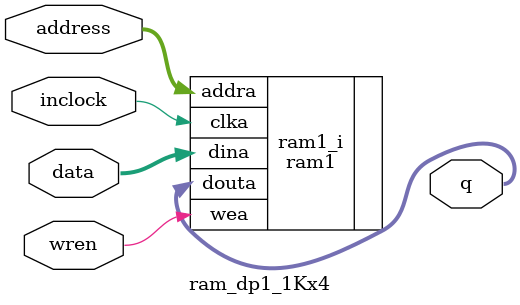
<source format=v>
module adpt_in
(
    input  [31:0]   sw_a,
    input  [31:0]   sw_b,
    input           btn_clk,
    //input           btn_rst,
    output [3:0]    data0,
    output [3:0]    data1,
    output [9:0]    addr_9_0,
    output          addr_10,
    output          wren,
    output          clk

);

assign clk              = ~btn_clk;
//assign rst_n            = btn_rst;
assign addr_9_0         = ~sw_a[9:0];
assign addr_10          = ~sw_a[10];
assign {data1, data0}   = ~sw_b[7:0];
assign wren             = ~sw_b[8];

endmodule

module adpt_out
(
    input  [3:0]    digit0,
    input  [3:0]    digit1,
    input           clk_100M,

    output [3:0]    seg_cs,
    output [7:0]    seg_data
);

reg [3:0]   scan_sel    = 4'd0;
parameter   SCAN_DELAY  = 100_000;
reg [16:0]  scan_cnt    = 17'd0;
wire        scan_en     = (scan_cnt == SCAN_DELAY);

always @(posedge clk_100M)
begin
    if (scan_en)
        scan_cnt <= 17'd0;
    else
        scan_cnt <= scan_cnt + 1'b1;
end

always @(posedge clk_100M)
begin
    if (scan_en)
        if (scan_sel == 4'd8) 
            scan_sel <= 4'd0;
        else
            scan_sel <= scan_sel + 1'b1;
end


wire [6:0]      LED7S;
wire [3:0]      A;

assign A =  (scan_sel == 4'd0) ? digit0 :
            (scan_sel == 4'd1) ? digit1 :
            4'h0;

assign LED7S    =   (A == 4'h0) ? 7'b100_0000 : // 0
                    (A == 4'h1) ? 7'b111_1001 : // 1
                    (A == 4'h2) ? 7'b010_0100 : // 2
                    (A == 4'h3) ? 7'b011_0000 : // 3
                    (A == 4'h4) ? 7'b001_1001 : // 4
                    (A == 4'h5) ? 7'b001_0010 : // 5
                    (A == 4'h6) ? 7'b000_0010 : // 6
                    (A == 4'h7) ? 7'b111_1000 : // 7
                    (A == 4'h8) ? 7'b000_0000 : // 8
                    (A == 4'h9) ? 7'b001_0000 : // 9
                    (A == 4'ha) ? 7'b000_1000 : // A
                    (A == 4'hb) ? 7'b000_0011 : // b
                    (A == 4'hc) ? 7'b100_0110 : // C
                    (A == 4'hd) ? 7'b010_0001 : // d
                    (A == 4'he) ? 7'b000_0110 : // E
                    (A == 4'hf) ? 7'b000_1110 : // F
                    7'h7f; // no display

assign seg_cs   = scan_sel;
assign seg_data = |scan_sel[3:1] ? 8'hff : {1'b1, LED7S};

endmodule


module mux2_1_4bits
(
    input  [3:0]    data0,
    input  [3:0]    data1,
    input           sel,
    output [3:0]    q
);

assign q = sel ? data1 : data0;

endmodule


module and2
(
    input  a,
    input  b,
    output q
);

assign q = a & b;

endmodule

module TRI
(
    input  data_in,
    input  ena,
    output data_out
);

assign data_out = ena ? data_in : 1'bz;

endmodule

module not1
(
    input  a,
    output q
);

assign q = ~a;

endmodule



module mux2_1_1bits
(
    input  data0,
    input  data1,
    input  sel,
    output q
);

assign q = sel ? data1 : data0;

endmodule


module dff1
(
    input  d,
    input  clk,
    output reg q
);

//reg q;

always @(posedge clk)
begin
    q <= d;
end

endmodule



module ram_dp1_1Kx4
(
    input  [3:0]    data,
    input  [9:0]    address,
    input           wren,
    input           inclock,
    output [3:0]    q
);

ram1 ram1_i 
(
  .clka(inclock),    // input wire clka
  .wea(wren),      // input wire [0 : 0] wea
  .addra(address),  // input wire [9 : 0] addra
  .dina(data),    // input wire [3 : 0] dina
  .douta(q)  // output wire [3 : 0] douta
);


endmodule





</source>
